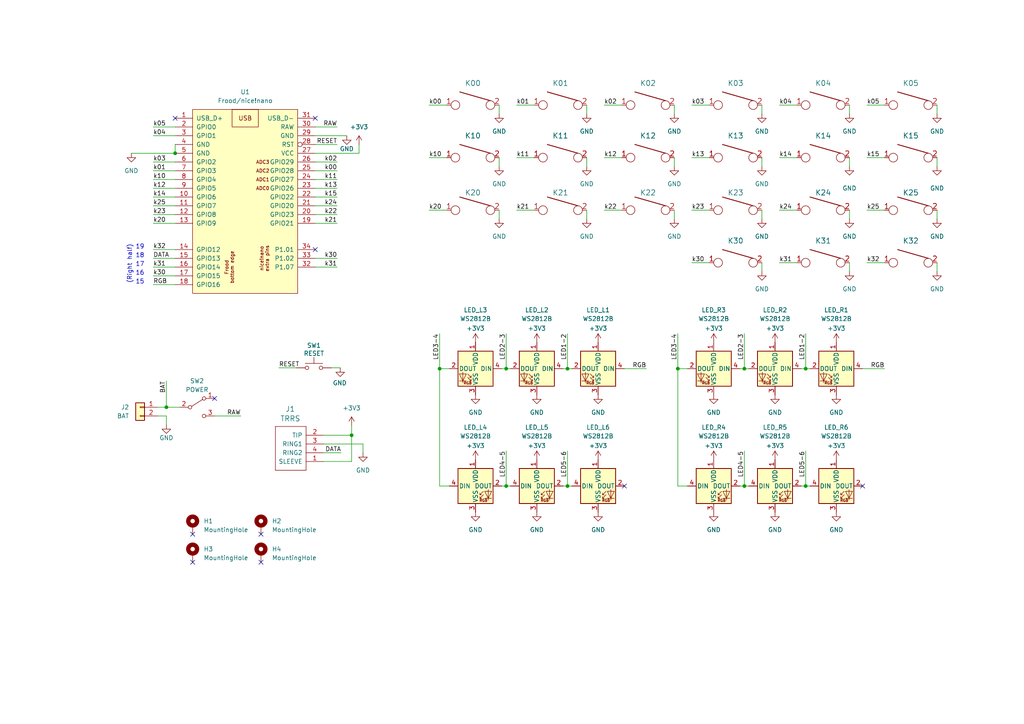
<source format=kicad_sch>
(kicad_sch (version 20250114) (generator "eeschema") (generator_version "9.0")
  (paper "A4")
  (title_block (rev "rev1.0"))
  (lib_symbols
    (symbol "42keebs:Frood+nice!nano" (pin_names (offset 1.016))
      (property "Reference" "U" (at -12.7 27.94 0))
      (property "Value" "Frood/nice!nano" (at 0 2.54 90))
      (symbol "Frood+nice!nano_0_0"
        (text "USB" (at 0 22.86 0) (effects (font (size 1.27 1.27))))
        (text "ADC3" (at 5.08 10.16 0) (effects (font (size 0.9906 0.9906))))
        (text "ADC2" (at 5.08 7.62 0) (effects (font (size 0.9906 0.9906))))
        (text "ADC1" (at 5.08 5.08 0) (effects (font (size 0.9906 0.9906))))
        (text "ADC0" (at 5.08 2.54 0) (effects (font (size 0.9906 0.9906))))
      )
      (symbol "Frood+nice!nano_0_1"
        (rectangle (start -15.24 25.4) (end 15.24 -27.94) (fill (type background)))
        (rectangle (start 3.81 25.4) (end -3.81 20.32))
      )
      (symbol "Frood+nice!nano_1_0"
        (text "Frood\nbottom edge" (at -4.572 -20.32 900) (effects (font (size 0.9906 0.9906))))
        (text "nice!nano\nextra pins" (at 5.588 -17.78 900) (effects (font (size 0.9906 0.9906))))
      )
      (symbol "Frood+nice!nano_1_1"
        (pin bidirectional line (at -20.32 22.86 0) (length 5.08) (name "USB_D+") (number "1"))
        (pin bidirectional line (at -20.32 20.32 0) (length 5.08) (name "GPIO0") (number "2"))
        (pin bidirectional line (at -20.32 17.78 0) (length 5.08) (name "GPIO1") (number "3"))
        (pin power_out line (at -20.32 15.24 0) (length 5.08) (name "GND") (number "4"))
        (pin power_out line (at -20.32 12.7 0) (length 5.08) (name "GND") (number "5"))
        (pin bidirectional line (at -20.32 10.16 0) (length 5.08) (name "GPIO2") (number "6"))
        (pin bidirectional line (at -20.32 7.62 0) (length 5.08) (name "GPIO3") (number "7"))
        (pin bidirectional line (at -20.32 5.08 0) (length 5.08) (name "GPIO4") (number "8"))
        (pin bidirectional line (at -20.32 2.54 0) (length 5.08) (name "GPIO5") (number "9"))
        (pin bidirectional line (at -20.32 0 0) (length 5.08) (name "GPIO6") (number "10"))
        (pin bidirectional line (at -20.32 -2.54 0) (length 5.08) (name "GPIO7") (number "11"))
        (pin bidirectional line (at -20.32 -5.08 0) (length 5.08) (name "GPIO8") (number "12"))
        (pin bidirectional line (at -20.32 -7.62 0) (length 5.08) (name "GPIO9") (number "13"))
        (pin bidirectional line (at -20.32 -15.24 0) (length 5.08) (name "GPIO12") (number "14"))
        (pin bidirectional line (at -20.32 -17.78 0) (length 5.08) (name "GPIO13") (number "15"))
        (pin bidirectional line (at -20.32 -20.32 0) (length 5.08) (name "GPIO14") (number "16"))
        (pin bidirectional line (at -20.32 -22.86 0) (length 5.08) (name "GPIO15") (number "17"))
        (pin bidirectional line (at -20.32 -25.4 0) (length 5.08) (name "GPIO16") (number "18"))
        (pin bidirectional line (at 20.32 22.86 180) (length 5.08) (name "USB_D-") (number "31"))
        (pin power_in line (at 20.32 20.32 180) (length 5.08) (name "RAW") (number "30"))
        (pin power_out line (at 20.32 17.78 180) (length 5.08) (name "GND") (number "29"))
        (pin input inverted (at 20.32 15.24 180) (length 5.08) (name "RST") (number "28"))
        (pin power_out line (at 20.32 12.7 180) (length 5.08) (name "VCC") (number "27"))
        (pin bidirectional line (at 20.32 10.16 180) (length 5.08) (name "GPIO29") (number "26"))
        (pin bidirectional line (at 20.32 7.62 180) (length 5.08) (name "GPIO28") (number "25"))
        (pin bidirectional line (at 20.32 5.08 180) (length 5.08) (name "GPIO27") (number "24"))
        (pin bidirectional line (at 20.32 2.54 180) (length 5.08) (name "GPIO26") (number "23"))
        (pin bidirectional line (at 20.32 0 180) (length 5.08) (name "GPIO22") (number "22"))
        (pin bidirectional line (at 20.32 -2.54 180) (length 5.08) (name "GPIO20") (number "21"))
        (pin bidirectional line (at 20.32 -5.08 180) (length 5.08) (name "GPIO23") (number "20"))
        (pin bidirectional line (at 20.32 -7.62 180) (length 5.08) (name "GPIO21") (number "19"))
        (pin bidirectional line (at 20.32 -15.24 180) (length 5.08) (name "P1.01") (number "34"))
        (pin bidirectional line (at 20.32 -17.78 180) (length 5.08) (name "P1.02") (number "33"))
        (pin bidirectional line (at 20.32 -20.32 180) (length 5.08) (name "P1.07") (number "32"))
      )
    )
    (symbol "Connector_Generic:Conn_01x02" (pin_names (offset 1.016) (hide yes))
      (property "Reference" "J" (at 0 2.54 0))
      (property "Value" "Conn_01x02" (at 0 -5.08 0))
      (symbol "Conn_01x02_1_1"
        (rectangle (start -1.27 1.27) (end 1.27 -3.81) (stroke (width 0.254)) (fill (type background)))
        (rectangle (start -1.27 0.127) (end 0 -0.127) (stroke (width 0.1524)))
        (rectangle (start -1.27 -2.413) (end 0 -2.667) (stroke (width 0.1524)))
        (pin passive line (at -5.08 0 0) (length 3.81) (name "Pin_1") (number "1"))
        (pin passive line (at -5.08 -2.54 0) (length 3.81) (name "Pin_2") (number "2"))
      )
    )
    (symbol "LED:WS2812B" (pin_names (offset 0.254))
      (property "Reference" "D" (at 5.08 5.715 0))
      (property "Value" "WS2812B" (at 1.27 -5.715 0))
      (symbol "WS2812B_0_0"
        (text "RGB" (at 2.286 -4.191 0) (effects (font (size 0.762 0.762))))
      )
      (symbol "WS2812B_0_1"
        (polyline (pts (xy 1.27 -2.54) (xy 1.778 -2.54)))
        (polyline (pts (xy 1.27 -3.556) (xy 1.778 -3.556)))
        (polyline (pts (xy 2.286 -1.524) (xy 1.27 -2.54) (xy 1.27 -2.032)))
        (polyline (pts (xy 2.286 -2.54) (xy 1.27 -3.556) (xy 1.27 -3.048)))
        (polyline (pts (xy 3.683 -1.016) (xy 3.683 -3.556) (xy 3.683 -4.064)))
        (polyline (pts (xy 4.699 -1.524) (xy 2.667 -1.524) (xy 3.683 -3.556) (xy 4.699 -1.524)))
        (polyline (pts (xy 4.699 -3.556) (xy 2.667 -3.556)))
        (rectangle (start 5.08 5.08) (end -5.08 -5.08) (stroke (width 0.254)) (fill (type background)))
      )
      (symbol "WS2812B_1_1"
        (pin input line (at -7.62 0 0) (length 2.54) (name "DIN") (number "4"))
        (pin power_in line (at 0 7.62 270) (length 2.54) (name "VDD") (number "1"))
        (pin power_in line (at 0 -7.62 90) (length 2.54) (name "VSS") (number "3"))
        (pin output line (at 7.62 0 180) (length 2.54) (name "DOUT") (number "2"))
      )
    )
    (symbol "Mechanical:MountingHole_Pad" (pin_numbers (hide yes)) (pin_names (offset 1.016) (hide yes))
      (property "Reference" "H" (at 0 6.35 0))
      (property "Value" "MountingHole_Pad" (at 0 4.445 0))
      (symbol "MountingHole_Pad_0_1"
        (circle (center 0 1.27) (radius 1.27) (stroke (width 1.27)))
      )
      (symbol "MountingHole_Pad_1_1"
        (pin input line (at 0 -2.54 90) (length 2.54) (name "1") (number "1"))
      )
    )
    (symbol "Switch:SW_Push" (pin_numbers (hide yes)) (pin_names (offset 1.016) (hide yes))
      (property "Reference" "SW" (at 1.27 2.54 0))
      (property "Value" "SW_Push" (at 0 -1.524 0))
      (symbol "SW_Push_0_1"
        (circle (center -2.032 0) (radius 0.508))
        (polyline (pts (xy 0 1.27) (xy 0 3.048)))
        (circle (center 2.032 0) (radius 0.508))
        (polyline (pts (xy 2.54 1.27) (xy -2.54 1.27)))
        (pin passive line (at -5.08 0 0) (length 2.54) (name "1") (number "1"))
        (pin passive line (at 5.08 0 180) (length 2.54) (name "2") (number "2"))
      )
    )
    (symbol "Switch:SW_SPDT" (pin_names (offset 0) (hide yes))
      (property "Reference" "SW" (at 0 4.318 0))
      (property "Value" "SW_SPDT" (at 0 -5.08 0))
      (symbol "SW_SPDT_0_0"
        (circle (center -2.032 0) (radius 0.508))
        (circle (center 2.032 -2.54) (radius 0.508))
      )
      (symbol "SW_SPDT_0_1"
        (polyline (pts (xy -1.524 0.254) (xy 1.651 2.286)))
        (circle (center 2.032 2.54) (radius 0.508))
      )
      (symbol "SW_SPDT_1_1"
        (pin passive line (at -5.08 0 0) (length 2.54) (name "B") (number "2"))
        (pin passive line (at 5.08 2.54 180) (length 2.54) (name "A") (number "1"))
        (pin passive line (at 5.08 -2.54 180) (length 2.54) (name "C") (number "3"))
      )
    )
    (symbol "keebio:TRRS" (pin_names (offset 1.016))
      (property "Reference" "U" (at 0 15.24 0))
      (property "Value" "TRRS" (at 0 -2.54 0))
      (symbol "TRRS_0_1"
        (rectangle (start -3.81 12.7) (end 5.08 12.7))
        (rectangle (start -3.81 0) (end -3.81 12.7))
        (rectangle (start 5.08 12.7) (end 5.08 0))
        (rectangle (start 5.08 0) (end -3.81 0))
      )
      (symbol "TRRS_1_1"
        (pin input line (at -8.89 10.16 0) (length 5.08) (name "TIP") (number "2"))
        (pin input line (at -8.89 7.62 0) (length 5.08) (name "RING1") (number "3"))
        (pin input line (at -8.89 5.08 0) (length 5.08) (name "RING2") (number "4"))
        (pin input line (at -8.89 2.54 0) (length 5.08) (name "SLEEVE") (number "1"))
      )
    )
    (symbol "keyboard_parts:KEYSW" (pin_names (offset 1.016))
      (property "Reference" "K?" (at -1.27 0 0))
      (symbol "KEYSW_0_1"
        (polyline (pts (xy -5.08 1.27) (xy 3.81 3.81)) (stroke (width 0.254)))
        (circle (center -5.08 0) (radius 1.27))
        (circle (center 5.08 0) (radius 1.27))
      )
      (symbol "KEYSW_1_1"
        (pin passive line (at -7.62 0 0) (length 1.27) (name "~") (number "2"))
        (pin passive line (at 7.62 0 180) (length 1.27) (name "~") (number "1"))
      )
    )
    (symbol "power:+3V3" (power) (pin_names (offset 0))
      (property "Value" "+3V3" (at 0 3.556 0))
      (symbol "+3V3_0_1"
        (polyline (pts (xy -0.762 1.27) (xy 0 2.54)))
        (polyline (pts (xy 0 2.54) (xy 0.762 1.27)))
        (polyline (pts (xy 0 0) (xy 0 2.54)))
      )
      (symbol "+3V3_1_1"
        (pin power_in line (at 0 0 90) (length 0) (hide yes) (name "+3V3") (number "1"))
      )
    )
    (symbol "power:GND" (power) (pin_names (offset 0))
      (property "Value" "GND" (at 0 -3.81 0))
      (symbol "GND_0_1"
        (polyline (pts (xy 0 0) (xy 0 -1.27) (xy 1.27 -1.27) (xy 0 -2.54) (xy -1.27 -1.27) (xy 0 -1.27)))
      )
      (symbol "GND_1_1"
        (pin power_in line (at 0 0 270) (length 0) (hide yes) (name "GND") (number "1"))
      )
    )
  )
  (text "16" (at 41.91 80.01 0) (effects (font (size 1.27 1.27)) (justify right bottom)))
  (text "17" (at 41.91 77.47 0) (effects (font (size 1.27 1.27)) (justify right bottom)))
  (text "18" (at 41.91 74.93 0) (effects (font (size 1.27 1.27)) (justify right bottom)))
  (text "19" (at 41.91 72.39 0) (effects (font (size 1.27 1.27)) (justify right bottom)))
  (text "15" (at 41.91 82.55 0) (effects (font (size 1.27 1.27)) (justify right bottom)))
  (text "(Right half)" (at 38.354 70.866 90) (effects (font (size 1.27 1.27)) (justify right bottom)))
  (junction (at 233.68 140.97))
  (junction (at 127.508 106.934))
  (junction (at 215.9 106.934))
  (junction (at 50.8 44.45))
  (junction (at 146.812 140.97))
  (junction (at 233.68 106.934))
  (junction (at 101.981 126.238))
  (junction (at 196.596 106.934))
  (junction (at 164.592 140.97))
  (junction (at 146.812 106.934))
  (junction (at 215.9 140.97))
  (junction (at 48.26 118.11))
  (junction (at 164.592 106.934))
  (no_connect (at 181.102 140.97))
  (no_connect (at 55.88 163.068))
  (no_connect (at 50.8 34.29))
  (no_connect (at 55.88 154.94))
  (no_connect (at 250.19 140.97))
  (no_connect (at 75.692 154.94))
  (no_connect (at 91.44 34.29))
  (no_connect (at 75.692 163.068))
  (no_connect (at 62.23 115.57))
  (no_connect (at 91.44 72.39))
  (wire (pts (xy 149.86 60.96) (xy 154.94 60.96)))
  (wire (pts (xy 44.45 57.15) (xy 50.8 57.15)))
  (wire (pts (xy 232.41 106.934) (xy 233.68 106.934)))
  (wire (pts (xy 233.68 106.934) (xy 234.95 106.934)))
  (wire (pts (xy 44.45 62.23) (xy 50.8 62.23)))
  (wire (pts (xy 200.66 45.72) (xy 205.74 45.72)))
  (wire (pts (xy 44.45 36.83) (xy 50.8 36.83)))
  (wire (pts (xy 233.68 96.774) (xy 233.68 106.934)))
  (wire (pts (xy 251.46 30.48) (xy 256.54 30.48)))
  (wire (pts (xy 100.584 39.37) (xy 91.44 39.37)))
  (wire (pts (xy 163.322 106.934) (xy 164.592 106.934)))
  (wire (pts (xy 199.39 106.934) (xy 196.596 106.934)))
  (wire (pts (xy 124.46 45.72) (xy 129.54 45.72)))
  (wire (pts (xy 200.66 60.96) (xy 205.74 60.96)))
  (wire (pts (xy 48.26 118.11) (xy 52.07 118.11)))
  (wire (pts (xy 48.26 123.19) (xy 48.26 120.65)))
  (wire (pts (xy 80.899 106.68) (xy 85.979 106.68)))
  (wire (pts (xy 149.86 45.72) (xy 154.94 45.72)))
  (wire (pts (xy 91.44 59.69) (xy 97.79 59.69)))
  (wire (pts (xy 214.63 140.97) (xy 215.9 140.97)))
  (wire (pts (xy 130.302 106.934) (xy 127.508 106.934)))
  (wire (pts (xy 215.9 106.934) (xy 217.17 106.934)))
  (wire (pts (xy 91.44 52.07) (xy 97.79 52.07)))
  (wire (pts (xy 175.26 60.96) (xy 180.34 60.96)))
  (wire (pts (xy 44.45 39.37) (xy 50.8 39.37)))
  (wire (pts (xy 251.46 60.96) (xy 256.54 60.96)))
  (wire (pts (xy 38.1 44.45) (xy 50.8 44.45)))
  (wire (pts (xy 195.58 63.5) (xy 195.58 60.96)))
  (wire (pts (xy 144.78 63.5) (xy 144.78 60.96)))
  (wire (pts (xy 246.38 48.26) (xy 246.38 45.72)))
  (wire (pts (xy 220.98 48.26) (xy 220.98 45.72)))
  (wire (pts (xy 144.78 48.26) (xy 144.78 45.72)))
  (wire (pts (xy 196.596 96.774) (xy 196.596 106.934)))
  (wire (pts (xy 175.26 45.72) (xy 180.34 45.72)))
  (wire (pts (xy 246.38 78.74) (xy 246.38 76.2)))
  (wire (pts (xy 93.853 126.238) (xy 101.981 126.238)))
  (wire (pts (xy 232.41 140.97) (xy 233.68 140.97)))
  (wire (pts (xy 44.45 46.99) (xy 50.8 46.99)))
  (wire (pts (xy 50.8 41.91) (xy 50.8 44.45)))
  (wire (pts (xy 271.78 48.26) (xy 271.78 45.72)))
  (wire (pts (xy 145.542 140.97) (xy 146.812 140.97)))
  (wire (pts (xy 127.508 96.774) (xy 127.508 106.934)))
  (wire (pts (xy 200.66 76.2) (xy 205.74 76.2)))
  (wire (pts (xy 44.45 59.69) (xy 50.8 59.69)))
  (wire (pts (xy 164.592 130.81) (xy 164.592 140.97)))
  (wire (pts (xy 44.45 77.47) (xy 50.8 77.47)))
  (wire (pts (xy 44.45 64.77) (xy 50.8 64.77)))
  (wire (pts (xy 97.79 77.47) (xy 91.44 77.47)))
  (wire (pts (xy 226.06 45.72) (xy 231.14 45.72)))
  (wire (pts (xy 91.44 64.77) (xy 97.79 64.77)))
  (wire (pts (xy 48.26 118.11) (xy 48.26 110.49)))
  (wire (pts (xy 96.139 106.68) (xy 98.679 106.68)))
  (wire (pts (xy 200.66 30.48) (xy 205.74 30.48)))
  (wire (pts (xy 220.98 78.74) (xy 220.98 76.2)))
  (wire (pts (xy 91.44 54.61) (xy 97.79 54.61)))
  (wire (pts (xy 271.78 63.5) (xy 271.78 60.96)))
  (wire (pts (xy 124.46 60.96) (xy 129.54 60.96)))
  (wire (pts (xy 144.78 33.02) (xy 144.78 30.48)))
  (wire (pts (xy 195.58 48.26) (xy 195.58 45.72)))
  (wire (pts (xy 170.18 63.5) (xy 170.18 60.96)))
  (wire (pts (xy 93.853 128.778) (xy 105.283 128.778)))
  (wire (pts (xy 101.981 133.858) (xy 101.981 126.238)))
  (wire (pts (xy 105.283 131.318) (xy 105.283 128.778)))
  (wire (pts (xy 246.38 63.5) (xy 246.38 60.96)))
  (wire (pts (xy 45.72 118.11) (xy 48.26 118.11)))
  (wire (pts (xy 214.63 106.934) (xy 215.9 106.934)))
  (wire (pts (xy 91.44 57.15) (xy 97.79 57.15)))
  (wire (pts (xy 215.9 140.97) (xy 217.17 140.97)))
  (wire (pts (xy 164.592 140.97) (xy 165.862 140.97)))
  (wire (pts (xy 233.68 130.81) (xy 233.68 140.97)))
  (wire (pts (xy 91.44 41.91) (xy 97.79 41.91)))
  (wire (pts (xy 164.592 106.934) (xy 165.862 106.934)))
  (wire (pts (xy 196.596 140.97) (xy 199.39 140.97)))
  (wire (pts (xy 226.06 30.48) (xy 231.14 30.48)))
  (wire (pts (xy 124.46 30.48) (xy 129.54 30.48)))
  (wire (pts (xy 44.45 74.93) (xy 50.8 74.93)))
  (wire (pts (xy 93.853 131.318) (xy 98.933 131.318)))
  (wire (pts (xy 170.18 48.26) (xy 170.18 45.72)))
  (wire (pts (xy 187.452 106.934) (xy 181.102 106.934)))
  (wire (pts (xy 91.44 44.45) (xy 104.14 44.45)))
  (wire (pts (xy 175.26 30.48) (xy 180.34 30.48)))
  (wire (pts (xy 215.9 130.81) (xy 215.9 140.97)))
  (wire (pts (xy 91.44 36.83) (xy 97.79 36.83)))
  (wire (pts (xy 215.9 96.774) (xy 215.9 106.934)))
  (wire (pts (xy 146.812 130.81) (xy 146.812 140.97)))
  (wire (pts (xy 91.44 46.99) (xy 97.79 46.99)))
  (wire (pts (xy 145.542 106.934) (xy 146.812 106.934)))
  (wire (pts (xy 101.981 126.238) (xy 101.981 123.444)))
  (wire (pts (xy 91.44 62.23) (xy 97.79 62.23)))
  (wire (pts (xy 233.68 140.97) (xy 234.95 140.97)))
  (wire (pts (xy 196.596 106.934) (xy 196.596 140.97)))
  (wire (pts (xy 48.26 120.65) (xy 45.72 120.65)))
  (wire (pts (xy 44.45 80.01) (xy 50.8 80.01)))
  (wire (pts (xy 256.54 106.934) (xy 250.19 106.934)))
  (wire (pts (xy 127.508 106.934) (xy 127.508 140.97)))
  (wire (pts (xy 146.812 140.97) (xy 148.082 140.97)))
  (wire (pts (xy 195.58 33.02) (xy 195.58 30.48)))
  (wire (pts (xy 251.46 45.72) (xy 256.54 45.72)))
  (wire (pts (xy 44.45 49.53) (xy 50.8 49.53)))
  (wire (pts (xy 163.322 140.97) (xy 164.592 140.97)))
  (wire (pts (xy 226.06 60.96) (xy 231.14 60.96)))
  (wire (pts (xy 170.18 33.02) (xy 170.18 30.48)))
  (wire (pts (xy 226.06 76.2) (xy 231.14 76.2)))
  (wire (pts (xy 104.14 41.91) (xy 104.14 44.45)))
  (wire (pts (xy 271.78 33.02) (xy 271.78 30.48)))
  (wire (pts (xy 246.38 33.02) (xy 246.38 30.48)))
  (wire (pts (xy 251.46 76.2) (xy 256.54 76.2)))
  (wire (pts (xy 44.45 72.39) (xy 50.8 72.39)))
  (wire (pts (xy 93.853 133.858) (xy 101.981 133.858)))
  (wire (pts (xy 146.812 106.934) (xy 148.082 106.934)))
  (wire (pts (xy 44.45 54.61) (xy 50.8 54.61)))
  (wire (pts (xy 220.98 33.02) (xy 220.98 30.48)))
  (wire (pts (xy 146.812 96.774) (xy 146.812 106.934)))
  (wire (pts (xy 149.86 30.48) (xy 154.94 30.48)))
  (wire (pts (xy 97.79 74.93) (xy 91.44 74.93)))
  (wire (pts (xy 164.592 96.774) (xy 164.592 106.934)))
  (wire (pts (xy 44.45 82.55) (xy 50.8 82.55)))
  (wire (pts (xy 62.23 120.65) (xy 69.85 120.65)))
  (wire (pts (xy 44.45 52.07) (xy 50.8 52.07)))
  (wire (pts (xy 271.78 78.74) (xy 271.78 76.2)))
  (wire (pts (xy 91.44 49.53) (xy 97.79 49.53)))
  (wire (pts (xy 220.98 63.5) (xy 220.98 60.96)))
  (wire (pts (xy 127.508 140.97) (xy 130.302 140.97)))
  (label "k20" (at 44.45 64.77 0))
  (label "LED2-3" (at 215.9 96.774 270))
  (label "DATA" (at 44.45 74.93 0))
  (label "DATA" (at 98.933 131.318 180))
  (label "k01" (at 44.45 49.53 0))
  (label "k03" (at 44.45 46.99 0))
  (label "k30" (at 200.66 76.2 0))
  (label "k02" (at 175.26 30.48 0))
  (label "LED2-3" (at 146.812 96.774 270))
  (label "k05" (at 44.45 36.83 0))
  (label "k04" (at 226.06 30.48 0))
  (label "LED4-5" (at 215.9 130.81 270))
  (label "k30" (at 44.45 80.01 0))
  (label "k11" (at 97.79 52.07 180))
  (label "k30" (at 97.79 74.93 180))
  (label "LED1-2" (at 233.68 96.774 270))
  (label "k00" (at 124.46 30.48 0))
  (label "k10" (at 44.45 52.07 0))
  (label "k03" (at 200.66 30.48 0))
  (label "RESET" (at 80.899 106.68 0))
  (label "k15" (at 251.46 45.72 0))
  (label "BAT" (at 48.26 110.49 270))
  (label "k23" (at 200.66 60.96 0))
  (label "k32" (at 44.45 72.39 0))
  (label "LED1-2" (at 164.592 96.774 270))
  (label "k25" (at 44.45 59.69 0))
  (label "k24" (at 226.06 60.96 0))
  (label "k05" (at 251.46 30.48 0))
  (label "k22" (at 175.26 60.96 0))
  (label "LED3-4" (at 196.596 96.774 270))
  (label "k12" (at 44.45 54.61 0))
  (label "k01" (at 149.86 30.48 0))
  (label "k10" (at 124.46 45.72 0))
  (label "RGB" (at 44.45 82.55 0))
  (label "k00" (at 97.79 49.53 180))
  (label "RGB" (at 256.54 106.934 180))
  (label "LED3-4" (at 127.508 96.774 270))
  (label "RAW" (at 97.79 36.83 180))
  (label "RAW" (at 69.85 120.65 180))
  (label "k21" (at 97.79 64.77 180))
  (label "k31" (at 44.45 77.47 0))
  (label "k32" (at 251.46 76.2 0))
  (label "k15" (at 97.79 57.15 180))
  (label "k14" (at 226.06 45.72 0))
  (label "k12" (at 175.26 45.72 0))
  (label "LED5-6" (at 233.68 130.81 270))
  (label "k04" (at 44.45 39.37 0))
  (label "RGB" (at 187.452 106.934 180))
  (label "k11" (at 149.86 45.72 0))
  (label "k22" (at 97.79 62.23 180))
  (label "k02" (at 97.79 46.99 180))
  (label "k13" (at 97.79 54.61 180))
  (label "k24" (at 97.79 59.69 180))
  (label "LED4-5" (at 146.812 130.81 270))
  (label "k31" (at 226.06 76.2 0))
  (label "k13" (at 200.66 45.72 0))
  (label "k14" (at 44.45 57.15 0))
  (label "k21" (at 149.86 60.96 0))
  (label "RESET" (at 97.79 41.91 180))
  (label "k25" (at 251.46 60.96 0))
  (label "k31" (at 97.79 77.47 180))
  (label "k23" (at 44.45 62.23 0))
  (label "LED5-6" (at 164.592 130.81 270))
  (label "k20" (at 124.46 60.96 0))
  (symbol (lib_id "power:GND") (at 242.57 148.59 0) (unit 1)
    (property "Reference" "#PWR08" (effects (hide yes)))
    (property "Value" "GND" (at 242.57 153.67 0))
  )
  (symbol (lib_id "keyboard_parts:KEYSW") (at 264.16 76.2 0) (mirror y) (unit 1)
    (property "Reference" "K32" (at 264.16 69.85 0) (effects (font (size 1.524 1.524))))
    (property "Value" "KEYSW" (effects (hide yes)))
    (property "Footprint" "42keebs:Kailh_socket_PG1350_reversible_cropped_pads_rounded_cutouts_no_pin4" (effects (hide yes)))
  )
  (symbol (lib_id "power:GND") (at 207.01 114.554 0) (unit 1)
    (property "Reference" "#PWR018" (effects (hide yes)))
    (property "Value" "GND" (at 207.01 119.634 0))
  )
  (symbol (lib_id "LED:WS2812B") (at 224.79 106.934 0) (mirror y) (unit 1)
    (property "Reference" "LED_R2" (at 224.79 89.916 0))
    (property "Value" "WS2812B" (at 224.79 92.456 0))
    (property "Footprint" "42keebs:LED_WS2812B_PLCC4_5.0x5.0mm_P3.2mm_w_cutout" (effects (hide yes)))
    (property "Datasheet" "https://cdn-shop.adafruit.com/datasheets/WS2812B.pdf" (effects (hide yes)))
  )
  (symbol (lib_id "LED:WS2812B") (at 173.482 106.934 0) (mirror y) (unit 1)
    (property "Reference" "LED_L1" (at 173.482 89.916 0))
    (property "Value" "WS2812B" (at 173.482 92.456 0))
    (property "Footprint" "42keebs:LED_WS2812B_PLCC4_5.0x5.0mm_P3.2mm_w_cutout" (effects (hide yes)))
    (property "Datasheet" "https://cdn-shop.adafruit.com/datasheets/WS2812B.pdf" (effects (hide yes)))
  )
  (symbol (lib_id "power:GND") (at 195.58 48.26 0) (unit 1)
    (property "Reference" "#PWR0104" (effects (hide yes)))
    (property "Value" "GND" (at 195.58 53.34 0))
  )
  (symbol (lib_id "Mechanical:MountingHole_Pad") (at 55.88 152.4 0) (unit 1)
    (property "Reference" "H1" (at 59.055 151.1299 0) (effects (justify left)))
    (property "Value" "MountingHole" (at 59.055 153.6699 0) (effects (justify left)))
    (property "Footprint" "cantor:Standoff_Hole" (effects (hide yes)))
  )
  (symbol (lib_id "power:GND") (at 224.79 148.59 0) (unit 1)
    (property "Reference" "#PWR06" (effects (hide yes)))
    (property "Value" "GND" (at 224.79 153.67 0))
  )
  (symbol (lib_id "power:GND") (at 173.482 148.59 0) (unit 1)
    (property "Reference" "#PWR016" (effects (hide yes)))
    (property "Value" "GND" (at 173.482 153.67 0))
  )
  (symbol (lib_id "power:GND") (at 207.01 148.59 0) (unit 1)
    (property "Reference" "#PWR020" (effects (hide yes)))
    (property "Value" "GND" (at 207.01 153.67 0))
  )
  (symbol (lib_id "keyboard_parts:KEYSW") (at 238.76 60.96 0) (mirror y) (unit 1)
    (property "Reference" "K24" (at 238.76 55.88 0) (effects (font (size 1.524 1.524))))
    (property "Value" "KEYSW" (effects (hide yes)))
    (property "Footprint" "42keebs:Kailh_socket_PG1350_reversible_cropped_pads_rounded_cutouts_no_pin4" (effects (hide yes)))
  )
  (symbol (lib_id "power:GND") (at 48.26 123.19 0) (unit 1)
    (property "Reference" "#PWR025" (effects (hide yes)))
    (property "Value" "GND" (at 48.26 127 0))
  )
  (symbol (lib_id "Switch:SW_SPDT") (at 57.15 118.11 0) (unit 1)
    (property "Reference" "SW2" (at 57.15 110.49 0))
    (property "Value" "POWER" (at 57.15 113.03 0))
    (property "Footprint" "42keebs:SW_SPDT_PCM12_double_sided_shifted_with_edge_cutouts" (effects (hide yes)))
  )
  (symbol (lib_id "power:GND") (at 105.283 131.318 0) (unit 1)
    (property "Reference" "#PWR0126" (effects (hide yes)))
    (property "Value" "GND" (at 105.283 136.398 0))
  )
  (symbol (lib_id "keyboard_parts:KEYSW") (at 137.16 30.48 0) (mirror y) (unit 1)
    (property "Reference" "K00" (at 137.16 24.13 0) (effects (font (size 1.524 1.524))))
    (property "Value" "KEYSW" (effects (hide yes)))
    (property "Footprint" "42keebs:Kailh_socket_PG1350_reversible_cropped_pads_rounded_cutouts_no_pin4" (effects (hide yes)))
  )
  (symbol (lib_id "keyboard_parts:KEYSW") (at 264.16 45.72 0) (mirror y) (unit 1)
    (property "Reference" "K15" (at 264.16 39.37 0) (effects (font (size 1.524 1.524))))
    (property "Value" "KEYSW" (effects (hide yes)))
    (property "Footprint" "42keebs:Kailh_socket_PG1350_reversible_cropped_pads_rounded_cutouts_no_pin4" (effects (hide yes)))
  )
  (symbol (lib_id "power:+3V3") (at 155.702 99.314 0) (unit 1)
    (property "Reference" "#PWR09" (effects (hide yes)))
    (property "Value" "+3V3" (at 155.702 95.25 0))
  )
  (symbol (lib_id "LED:WS2812B") (at 242.57 106.934 0) (mirror y) (unit 1)
    (property "Reference" "LED_R1" (at 242.57 89.916 0))
    (property "Value" "WS2812B" (at 242.57 92.456 0))
    (property "Footprint" "42keebs:LED_WS2812B_PLCC4_5.0x5.0mm_P3.2mm_w_cutout" (effects (hide yes)))
    (property "Datasheet" "https://cdn-shop.adafruit.com/datasheets/WS2812B.pdf" (effects (hide yes)))
  )
  (symbol (lib_id "Mechanical:MountingHole_Pad") (at 75.692 152.4 0) (unit 1)
    (property "Reference" "H2" (at 78.867 151.1299 0) (effects (justify left)))
    (property "Value" "MountingHole" (at 78.867 153.6699 0) (effects (justify left)))
    (property "Footprint" "cantor:Standoff_Hole" (effects (hide yes)))
  )
  (symbol (lib_id "power:GND") (at 144.78 48.26 0) (unit 1)
    (property "Reference" "#PWR0107" (effects (hide yes)))
    (property "Value" "GND" (at 144.78 53.34 0))
  )
  (symbol (lib_id "power:GND") (at 195.58 63.5 0) (unit 1)
    (property "Reference" "#PWR0105" (effects (hide yes)))
    (property "Value" "GND" (at 195.58 68.58 0))
  )
  (symbol (lib_id "LED:WS2812B") (at 207.01 106.934 0) (mirror y) (unit 1)
    (property "Reference" "LED_R3" (at 207.01 89.916 0))
    (property "Value" "WS2812B" (at 207.01 92.456 0))
    (property "Footprint" "42keebs:LED_WS2812B_PLCC4_5.0x5.0mm_P3.2mm_w_cutout" (effects (hide yes)))
    (property "Datasheet" "https://cdn-shop.adafruit.com/datasheets/WS2812B.pdf" (effects (hide yes)))
  )
  (symbol (lib_id "LED:WS2812B") (at 224.79 140.97 0) (unit 1)
    (property "Reference" "LED_R5" (at 224.79 123.952 0))
    (property "Value" "WS2812B" (at 224.79 126.492 0))
    (property "Footprint" "42keebs:LED_WS2812B_PLCC4_5.0x5.0mm_P3.2mm_w_cutout" (effects (hide yes)))
    (property "Datasheet" "https://cdn-shop.adafruit.com/datasheets/WS2812B.pdf" (effects (hide yes)))
  )
  (symbol (lib_id "keyboard_parts:KEYSW") (at 213.36 30.48 0) (mirror y) (unit 1)
    (property "Reference" "K03" (at 213.36 24.13 0) (effects (font (size 1.524 1.524))))
    (property "Value" "KEYSW" (effects (hide yes)))
    (property "Footprint" "42keebs:Kailh_socket_PG1350_reversible_cropped_pads_rounded_cutouts_no_pin4" (effects (hide yes)))
  )
  (symbol (lib_id "power:GND") (at 246.38 63.5 0) (unit 1)
    (property "Reference" "#PWR0121" (effects (hide yes)))
    (property "Value" "GND" (at 246.38 68.58 0))
  )
  (symbol (lib_id "LED:WS2812B") (at 137.922 106.934 0) (mirror y) (unit 1)
    (property "Reference" "LED_L3" (at 137.922 89.916 0))
    (property "Value" "WS2812B" (at 137.922 92.456 0))
    (property "Footprint" "42keebs:LED_WS2812B_PLCC4_5.0x5.0mm_P3.2mm_w_cutout" (effects (hide yes)))
    (property "Datasheet" "https://cdn-shop.adafruit.com/datasheets/WS2812B.pdf" (effects (hide yes)))
  )
  (symbol (lib_id "keyboard_parts:KEYSW") (at 187.96 30.48 0) (mirror y) (unit 1)
    (property "Reference" "K02" (at 187.96 24.13 0) (effects (font (size 1.524 1.524))))
    (property "Value" "KEYSW" (effects (hide yes)))
    (property "Footprint" "42keebs:Kailh_socket_PG1350_reversible_cropped_pads_rounded_cutouts_no_pin4" (effects (hide yes)))
  )
  (symbol (lib_id "keyboard_parts:KEYSW") (at 162.56 45.72 0) (mirror y) (unit 1)
    (property "Reference" "K11" (at 162.56 39.37 0) (effects (font (size 1.524 1.524))))
    (property "Value" "KEYSW" (effects (hide yes)))
    (property "Footprint" "42keebs:Kailh_socket_PG1350_reversible_cropped_pads_rounded_cutouts_no_pin4" (effects (hide yes)))
  )
  (symbol (lib_id "power:+3V3") (at 207.01 99.314 0) (unit 1)
    (property "Reference" "#PWR017" (effects (hide yes)))
    (property "Value" "+3V3" (at 207.01 95.25 0))
  )
  (symbol (lib_id "power:+3V3") (at 224.79 99.314 0) (unit 1)
    (property "Reference" "#PWR03" (effects (hide yes)))
    (property "Value" "+3V3" (at 224.79 95.25 0))
  )
  (symbol (lib_id "power:+3V3") (at 155.702 133.35 0) (unit 1)
    (property "Reference" "#PWR011" (effects (hide yes)))
    (property "Value" "+3V3" (at 155.702 129.286 0))
  )
  (symbol (lib_id "power:+3V3") (at 224.79 133.35 0) (unit 1)
    (property "Reference" "#PWR05" (effects (hide yes)))
    (property "Value" "+3V3" (at 224.79 129.286 0))
  )
  (symbol (lib_id "LED:WS2812B") (at 155.702 106.934 0) (mirror y) (unit 1)
    (property "Reference" "LED_L2" (at 155.702 89.916 0))
    (property "Value" "WS2812B" (at 155.702 92.456 0))
    (property "Footprint" "42keebs:LED_WS2812B_PLCC4_5.0x5.0mm_P3.2mm_w_cutout" (effects (hide yes)))
    (property "Datasheet" "https://cdn-shop.adafruit.com/datasheets/WS2812B.pdf" (effects (hide yes)))
  )
  (symbol (lib_id "keyboard_parts:KEYSW") (at 187.96 60.96 0) (mirror y) (unit 1)
    (property "Reference" "K22" (at 187.96 55.88 0) (effects (font (size 1.524 1.524))))
    (property "Value" "KEYSW" (effects (hide yes)))
    (property "Footprint" "42keebs:Kailh_socket_PG1350_reversible_cropped_pads_rounded_cutouts_no_pin4" (effects (hide yes)))
  )
  (symbol (lib_id "power:+3V3") (at 242.57 99.314 0) (unit 1)
    (property "Reference" "#PWR01" (effects (hide yes)))
    (property "Value" "+3V3" (at 242.57 95.25 0))
  )
  (symbol (lib_id "power:GND") (at 271.78 33.02 0) (unit 1)
    (property "Reference" "#PWR0115" (effects (hide yes)))
    (property "Value" "GND" (at 271.78 38.1 0))
  )
  (symbol (lib_id "power:GND") (at 271.78 63.5 0) (unit 1)
    (property "Reference" "#PWR0118" (effects (hide yes)))
    (property "Value" "GND" (at 271.78 68.58 0))
  )
  (symbol (lib_id "power:GND") (at 271.78 78.74 0) (unit 1)
    (property "Reference" "#PWR0117" (effects (hide yes)))
    (property "Value" "GND" (at 271.78 83.82 0))
  )
  (symbol (lib_id "42keebs:Frood+nice!nano") (at 71.12 57.15 0) (unit 1)
    (property "Reference" "U1" (at 71.12 26.67 0))
    (property "Value" "Frood/nice!nano" (at 71.12 29.21 0))
    (property "Footprint" "42keebs:Frood_nice-nano_PinHeader_2x12+5+3_P2.54mm_Dual_V-aligned" (effects (hide yes)))
    (property "Description" "42. Keebs Frood / nice!nano" (effects (hide yes)))
  )
  (symbol (lib_id "power:GND") (at 155.702 148.59 0) (unit 1)
    (property "Reference" "#PWR012" (effects (hide yes)))
    (property "Value" "GND" (at 155.702 153.67 0))
  )
  (symbol (lib_id "power:GND") (at 246.38 48.26 0) (unit 1)
    (property "Reference" "#PWR0119" (effects (hide yes)))
    (property "Value" "GND" (at 246.38 54.61 0))
  )
  (symbol (lib_id "power:GND") (at 170.18 63.5 0) (unit 1)
    (property "Reference" "#PWR0101" (effects (hide yes)))
    (property "Value" "GND" (at 170.18 68.58 0))
  )
  (symbol (lib_id "keyboard_parts:KEYSW") (at 238.76 30.48 0) (mirror y) (unit 1)
    (property "Reference" "K04" (at 238.76 24.13 0) (effects (font (size 1.524 1.524))))
    (property "Value" "KEYSW" (effects (hide yes)))
    (property "Footprint" "42keebs:Kailh_socket_PG1350_reversible_cropped_pads_rounded_cutouts_no_pin4" (effects (hide yes)))
  )
  (symbol (lib_id "power:GND") (at 155.702 114.554 0) (unit 1)
    (property "Reference" "#PWR010" (effects (hide yes)))
    (property "Value" "GND" (at 155.702 119.634 0))
  )
  (symbol (lib_id "power:GND") (at 246.38 78.74 0) (unit 1)
    (property "Reference" "#PWR0120" (effects (hide yes)))
    (property "Value" "GND" (at 246.38 83.82 0))
  )
  (symbol (lib_id "power:+3V3") (at 101.981 123.444 0) (unit 1)
    (property "Reference" "#PWR0127" (effects (hide yes)))
    (property "Value" "+3V3" (at 101.981 118.364 0))
  )
  (symbol (lib_id "Mechanical:MountingHole_Pad") (at 55.88 160.528 0) (unit 1)
    (property "Reference" "H3" (at 59.055 159.2579 0) (effects (justify left)))
    (property "Value" "MountingHole" (at 59.055 161.7979 0) (effects (justify left)))
    (property "Footprint" "cantor:Standoff_Hole" (effects (hide yes)))
  )
  (symbol (lib_id "keyboard_parts:KEYSW") (at 213.36 76.2 0) (mirror y) (unit 1)
    (property "Reference" "K30" (at 213.36 69.85 0) (effects (font (size 1.524 1.524))))
    (property "Value" "KEYSW" (effects (hide yes)))
    (property "Footprint" "42keebs:Kailh_socket_PG1350_reversible_cropped_pads_rounded_cutouts_no_pin4" (effects (hide yes)))
  )
  (symbol (lib_id "power:GND") (at 246.38 33.02 0) (unit 1)
    (property "Reference" "#PWR0112" (effects (hide yes)))
    (property "Value" "GND" (at 246.38 38.1 0))
  )
  (symbol (lib_id "LED:WS2812B") (at 137.922 140.97 0) (unit 1)
    (property "Reference" "LED_L4" (at 137.922 123.952 0))
    (property "Value" "WS2812B" (at 137.922 126.492 0))
    (property "Footprint" "42keebs:LED_WS2812B_PLCC4_5.0x5.0mm_P3.2mm_w_cutout" (effects (hide yes)))
    (property "Datasheet" "https://cdn-shop.adafruit.com/datasheets/WS2812B.pdf" (effects (hide yes)))
  )
  (symbol (lib_id "power:+3V3") (at 173.482 133.35 0) (unit 1)
    (property "Reference" "#PWR015" (effects (hide yes)))
    (property "Value" "+3V3" (at 173.482 129.286 0))
  )
  (symbol (lib_id "power:GND") (at 224.79 114.554 0) (unit 1)
    (property "Reference" "#PWR04" (effects (hide yes)))
    (property "Value" "GND" (at 224.79 119.634 0))
  )
  (symbol (lib_id "power:+3V3") (at 173.482 99.314 0) (unit 1)
    (property "Reference" "#PWR013" (effects (hide yes)))
    (property "Value" "+3V3" (at 173.482 95.25 0))
  )
  (symbol (lib_id "keebio:TRRS") (at 84.963 136.398 0) (mirror y) (unit 1)
    (property "Reference" "J1" (at 84.201 118.618 0) (effects (font (size 1.524 1.524))))
    (property "Value" "TRRS" (at 84.201 121.412 0) (effects (font (size 1.524 1.524))))
    (property "Footprint" "42keebs:TRRS-PJ-320A-reversible-symmetric" (effects (hide yes)))
  )
  (symbol (lib_id "power:+3V3") (at 137.922 133.35 0) (unit 1)
    (property "Reference" "#PWR023" (effects (hide yes)))
    (property "Value" "+3V3" (at 137.922 129.286 0))
  )
  (symbol (lib_id "power:GND") (at 98.679 106.68 0) (mirror y) (unit 1)
    (property "Reference" "#PWR0125" (effects (hide yes)))
    (property "Value" "GND" (at 98.552 111.0742 0))
  )
  (symbol (lib_id "power:GND") (at 137.922 148.59 0) (unit 1)
    (property "Reference" "#PWR024" (effects (hide yes)))
    (property "Value" "GND" (at 137.922 153.67 0))
  )
  (symbol (lib_id "Switch:SW_Push") (at 91.059 106.68 0) (mirror y) (unit 1)
    (property "Reference" "SW1" (at 91.059 100.203 0))
    (property "Value" "RESET" (at 91.059 102.5144 0))
    (property "Footprint" "cantor:TACT_SWITCH_TVBP06" (effects (hide yes)))
  )
  (symbol (lib_id "keyboard_parts:KEYSW") (at 137.16 60.96 0) (mirror y) (unit 1)
    (property "Reference" "K20" (at 137.16 55.88 0) (effects (font (size 1.524 1.524))))
    (property "Value" "KEYSW" (effects (hide yes)))
    (property "Footprint" "42keebs:Kailh_socket_PG1350_reversible_cropped_pads_rounded_cutouts_no_pin4" (effects (hide yes)))
  )
  (symbol (lib_id "power:GND") (at 271.78 48.26 0) (unit 1)
    (property "Reference" "#PWR0116" (effects (hide yes)))
    (property "Value" "GND" (at 271.78 54.61 0))
  )
  (symbol (lib_id "LED:WS2812B") (at 155.702 140.97 0) (unit 1)
    (property "Reference" "LED_L5" (at 155.702 123.952 0))
    (property "Value" "WS2812B" (at 155.702 126.492 0))
    (property "Footprint" "42keebs:LED_WS2812B_PLCC4_5.0x5.0mm_P3.2mm_w_cutout" (effects (hide yes)))
    (property "Datasheet" "https://cdn-shop.adafruit.com/datasheets/WS2812B.pdf" (effects (hide yes)))
  )
  (symbol (lib_id "power:+3V3") (at 137.922 99.314 0) (unit 1)
    (property "Reference" "#PWR021" (effects (hide yes)))
    (property "Value" "+3V3" (at 137.922 95.25 0))
  )
  (symbol (lib_id "keyboard_parts:KEYSW") (at 213.36 60.96 0) (mirror y) (unit 1)
    (property "Reference" "K23" (at 213.36 55.88 0) (effects (font (size 1.524 1.524))))
    (property "Value" "KEYSW" (effects (hide yes)))
    (property "Footprint" "42keebs:Kailh_socket_PG1350_reversible_cropped_pads_rounded_cutouts_no_pin4" (effects (hide yes)))
  )
  (symbol (lib_id "Connector_Generic:Conn_01x02") (at 40.64 118.11 0) (mirror y) (unit 1)
    (property "Reference" "J2" (at 37.465 118.1099 0) (effects (justify left)))
    (property "Value" "BAT" (at 37.465 120.6499 0) (effects (justify left)))
    (property "Footprint" "42keebs:ProMicro_Battery_Connector_Double_Sided_wide" (effects (hide yes)))
  )
  (symbol (lib_id "Mechanical:MountingHole_Pad") (at 75.692 160.528 0) (unit 1)
    (property "Reference" "H4" (at 78.867 159.2579 0) (effects (justify left)))
    (property "Value" "MountingHole" (at 78.867 161.7979 0) (effects (justify left)))
    (property "Footprint" "cantor:Standoff_Hole" (effects (hide yes)))
  )
  (symbol (lib_id "keyboard_parts:KEYSW") (at 137.16 45.72 0) (mirror y) (unit 1)
    (property "Reference" "K10" (at 137.16 39.37 0) (effects (font (size 1.524 1.524))))
    (property "Value" "KEYSW" (effects (hide yes)))
    (property "Footprint" "42keebs:Kailh_socket_PG1350_reversible_cropped_pads_rounded_cutouts_no_pin4" (effects (hide yes)))
  )
  (symbol (lib_id "keyboard_parts:KEYSW") (at 162.56 30.48 0) (mirror y) (unit 1)
    (property "Reference" "K01" (at 162.56 24.13 0) (effects (font (size 1.524 1.524))))
    (property "Value" "KEYSW" (effects (hide yes)))
    (property "Footprint" "42keebs:Kailh_socket_PG1350_reversible_cropped_pads_rounded_cutouts_no_pin4" (effects (hide yes)))
  )
  (symbol (lib_id "keyboard_parts:KEYSW") (at 264.16 60.96 0) (mirror y) (unit 1)
    (property "Reference" "K25" (at 264.16 55.88 0) (effects (font (size 1.524 1.524))))
    (property "Value" "KEYSW" (effects (hide yes)))
    (property "Footprint" "42keebs:Kailh_socket_PG1350_reversible_cropped_pads_rounded_cutouts_no_pin4" (effects (hide yes)))
  )
  (symbol (lib_id "keyboard_parts:KEYSW") (at 238.76 76.2 0) (mirror y) (unit 1)
    (property "Reference" "K31" (at 238.76 69.85 0) (effects (font (size 1.524 1.524))))
    (property "Value" "KEYSW" (effects (hide yes)))
    (property "Footprint" "42keebs:Kailh_socket_PG1350_reversible_cropped_pads_rounded_cutouts_no_pin4" (effects (hide yes)))
  )
  (symbol (lib_id "power:+3V3") (at 242.57 133.35 0) (unit 1)
    (property "Reference" "#PWR07" (effects (hide yes)))
    (property "Value" "+3V3" (at 242.57 129.286 0))
  )
  (symbol (lib_id "power:GND") (at 220.98 33.02 0) (unit 1)
    (property "Reference" "#PWR0123" (effects (hide yes)))
    (property "Value" "GND" (at 220.98 38.1 0))
  )
  (symbol (lib_id "keyboard_parts:KEYSW") (at 238.76 45.72 0) (mirror y) (unit 1)
    (property "Reference" "K14" (at 238.76 39.37 0) (effects (font (size 1.524 1.524))))
    (property "Value" "KEYSW" (effects (hide yes)))
    (property "Footprint" "42keebs:Kailh_socket_PG1350_reversible_cropped_pads_rounded_cutouts_no_pin4" (effects (hide yes)))
  )
  (symbol (lib_id "power:GND") (at 173.482 114.554 0) (unit 1)
    (property "Reference" "#PWR014" (effects (hide yes)))
    (property "Value" "GND" (at 173.482 119.634 0))
  )
  (symbol (lib_id "power:GND") (at 144.78 33.02 0) (unit 1)
    (property "Reference" "#PWR0109" (effects (hide yes)))
    (property "Value" "GND" (at 144.78 38.1 0))
  )
  (symbol (lib_id "power:GND") (at 242.57 114.554 0) (unit 1)
    (property "Reference" "#PWR02" (effects (hide yes)))
    (property "Value" "GND" (at 242.57 119.634 0))
  )
  (symbol (lib_id "LED:WS2812B") (at 207.01 140.97 0) (unit 1)
    (property "Reference" "LED_R4" (at 207.01 123.952 0))
    (property "Value" "WS2812B" (at 207.01 126.492 0))
    (property "Footprint" "42keebs:LED_WS2812B_PLCC4_5.0x5.0mm_P3.2mm_w_cutout" (effects (hide yes)))
    (property "Datasheet" "https://cdn-shop.adafruit.com/datasheets/WS2812B.pdf" (effects (hide yes)))
  )
  (symbol (lib_id "power:GND") (at 38.1 44.45 0) (unit 1)
    (property "Reference" "#PWR0124" (effects (hide yes)))
    (property "Value" "GND" (at 38.1 49.53 0))
  )
  (symbol (lib_id "LED:WS2812B") (at 173.482 140.97 0) (unit 1)
    (property "Reference" "LED_L6" (at 173.482 123.952 0))
    (property "Value" "WS2812B" (at 173.482 126.492 0))
    (property "Footprint" "42keebs:LED_WS2812B_PLCC4_5.0x5.0mm_P3.2mm_w_cutout" (effects (hide yes)))
    (property "Datasheet" "https://cdn-shop.adafruit.com/datasheets/WS2812B.pdf" (effects (hide yes)))
  )
  (symbol (lib_id "keyboard_parts:KEYSW") (at 213.36 45.72 0) (mirror y) (unit 1)
    (property "Reference" "K13" (at 213.36 39.37 0) (effects (font (size 1.524 1.524))))
    (property "Value" "KEYSW" (effects (hide yes)))
    (property "Footprint" "42keebs:Kailh_socket_PG1350_reversible_cropped_pads_rounded_cutouts_no_pin4" (effects (hide yes)))
  )
  (symbol (lib_id "power:+3V3") (at 104.14 41.91 0) (unit 1)
    (property "Reference" "#PWR0111" (effects (hide yes)))
    (property "Value" "+3V3" (at 104.14 36.83 0))
  )
  (symbol (lib_id "power:GND") (at 195.58 33.02 0) (unit 1)
    (property "Reference" "#PWR0103" (effects (hide yes)))
    (property "Value" "GND" (at 195.58 38.1 0))
  )
  (symbol (lib_id "power:GND") (at 220.98 48.26 0) (unit 1)
    (property "Reference" "#PWR0122" (effects (hide yes)))
    (property "Value" "GND" (at 220.98 53.34 0))
  )
  (symbol (lib_id "keyboard_parts:KEYSW") (at 162.56 60.96 0) (mirror y) (unit 1)
    (property "Reference" "K21" (at 162.56 55.88 0) (effects (font (size 1.524 1.524))))
    (property "Value" "KEYSW" (effects (hide yes)))
    (property "Footprint" "42keebs:Kailh_socket_PG1350_reversible_cropped_pads_rounded_cutouts_no_pin4" (effects (hide yes)))
  )
  (symbol (lib_id "keyboard_parts:KEYSW") (at 187.96 45.72 0) (mirror y) (unit 1)
    (property "Reference" "K12" (at 187.96 39.37 0) (effects (font (size 1.524 1.524))))
    (property "Value" "KEYSW" (effects (hide yes)))
    (property "Footprint" "42keebs:Kailh_socket_PG1350_reversible_cropped_pads_rounded_cutouts_no_pin4" (effects (hide yes)))
  )
  (symbol (lib_id "power:GND") (at 220.98 78.74 0) (unit 1)
    (property "Reference" "#PWR0113" (effects (hide yes)))
    (property "Value" "GND" (at 220.98 83.82 0))
  )
  (symbol (lib_id "power:+3V3") (at 207.01 133.35 0) (unit 1)
    (property "Reference" "#PWR019" (effects (hide yes)))
    (property "Value" "+3V3" (at 207.01 129.286 0))
  )
  (symbol (lib_id "power:GND") (at 170.18 33.02 0) (unit 1)
    (property "Reference" "#PWR0106" (effects (hide yes)))
    (property "Value" "GND" (at 170.18 38.1 0))
  )
  (symbol (lib_id "power:GND") (at 170.18 48.26 0) (unit 1)
    (property "Reference" "#PWR0102" (effects (hide yes)))
    (property "Value" "GND" (at 170.18 53.34 0))
  )
  (symbol (lib_id "LED:WS2812B") (at 242.57 140.97 0) (unit 1)
    (property "Reference" "LED_R6" (at 242.57 123.952 0))
    (property "Value" "WS2812B" (at 242.57 126.492 0))
    (property "Footprint" "42keebs:LED_WS2812B_PLCC4_5.0x5.0mm_P3.2mm_w_cutout" (effects (hide yes)))
    (property "Datasheet" "https://cdn-shop.adafruit.com/datasheets/WS2812B.pdf" (effects (hide yes)))
  )
  (symbol (lib_id "power:GND") (at 220.98 63.5 0) (unit 1)
    (property "Reference" "#PWR0114" (effects (hide yes)))
    (property "Value" "GND" (at 220.98 68.58 0))
  )
  (symbol (lib_id "power:GND") (at 144.78 63.5 0) (unit 1)
    (property "Reference" "#PWR0108" (effects (hide yes)))
    (property "Value" "GND" (at 144.78 68.58 0))
  )
  (symbol (lib_id "power:GND") (at 137.922 114.554 0) (unit 1)
    (property "Reference" "#PWR022" (effects (hide yes)))
    (property "Value" "GND" (at 137.922 119.634 0))
  )
  (symbol (lib_id "power:GND") (at 100.584 39.37 0) (unit 1)
    (property "Reference" "#PWR0110" (effects (hide yes)))
    (property "Value" "GND" (at 100.584 43.18 0))
  )
  (symbol (lib_id "keyboard_parts:KEYSW") (at 264.16 30.48 0) (mirror y) (unit 1)
    (property "Reference" "K05" (at 264.16 24.13 0) (effects (font (size 1.524 1.524))))
    (property "Value" "KEYSW" (effects (hide yes)))
    (property "Footprint" "42keebs:Kailh_socket_PG1350_reversible_cropped_pads_rounded_cutouts_no_pin4" (effects (hide yes)))
  )
)
</source>
